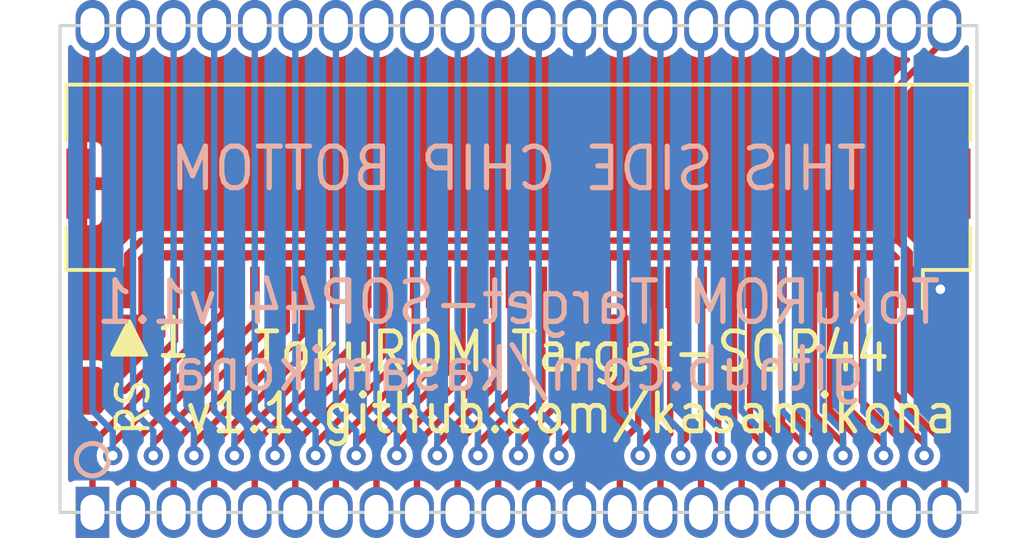
<source format=kicad_pcb>
(kicad_pcb (version 20221018) (generator pcbnew)
  (title_block (title "TokuROM Target-SOP44") (rev "1.1") (company "github.com/kasamikona/TokuROM"))
  (layers (0 "F.Cu" signal) (31 "B.Cu" signal) (34 "B.Paste" user) (35 "F.Paste" user) (36 "B.SilkS" user "B.Silkscreen") (37 "F.SilkS" user "F.Silkscreen") (38 "B.Mask" user) (39 "F.Mask" user) (44 "Edge.Cuts" user))
  (net 0 "")
  (net 1 "/A17")
  (net 2 "/A8")
  (net 3 "/A7")
  (net 4 "/A9")
  (net 5 "/A6")
  (net 6 "/A10")
  (net 7 "/A5")
  (net 8 "/A11")
  (net 9 "/A4")
  (net 10 "/A12")
  (net 11 "/A3")
  (net 12 "/A13")
  (net 13 "/A2")
  (net 14 "/A14")
  (net 15 "/A1")
  (net 16 "/A15")
  (net 17 "/A0")
  (net 18 "/A16")
  (net 19 "/CE")
  (net 20 "/BYTE")
  (net 21 "/GND")
  (net 22 "/OE")
  (net 23 "/D15")
  (net 24 "/D0")
  (net 25 "/D7")
  (net 26 "/D8")
  (net 27 "/D14")
  (net 28 "/D1")
  (net 29 "/D6")
  (net 30 "/D9")
  (net 31 "/D13")
  (net 32 "/D2")
  (net 33 "/D5")
  (net 34 "/D10")
  (net 35 "/D12")
  (net 36 "/D3")
  (net 37 "/D4")
  (net 38 "/D11")
  (net 39 "/VCC")
  (net 41 "/A21")
  (net 42 "/A18")
  (net 43 "/A19")
  (net 44 "/A20")
  (net 47 "/TRESET")
  (footprint "Tokurom-Parts:SOP44-Castellations" (layer "F.Cu") (at 16.51 30.48 90)
    (fp_text reference "J2" hide)
    (fp_text value "SOP44-Castellations")
    (pad "1" thru_hole rect (at 0 0 90) (size 1.6 1.05) (drill oval 1.1 0.75) (property pad_prop_castellated) (layers "*.Cu" "*.Mask") (net 41 "/A21"))
    (pad "2" thru_hole oval (at 0 1.27 90) (size 1.6 1.05) (drill oval 1.1 0.75) (property pad_prop_castellated) (layers "*.Cu" "*.Mask") (net 42 "/A18"))
    (pad "3" thru_hole oval (at 0 2.54 90) (size 1.6 1.05) (drill oval 1.1 0.75) (property pad_prop_castellated) (layers "*.Cu" "*.Mask") (net 1 "/A17"))
    (pad "4" thru_hole oval (at 0 3.81 90) (size 1.6 1.05) (drill oval 1.1 0.75) (property pad_prop_castellated) (layers "*.Cu" "*.Mask") (net 3 "/A7"))
    (pad "5" thru_hole oval (at 0 5.08 90) (size 1.6 1.05) (drill oval 1.1 0.75) (property pad_prop_castellated) (layers "*.Cu" "*.Mask") (net 5 "/A6"))
    (pad "6" thru_hole oval (at 0 6.35 90) (size 1.6 1.05) (drill oval 1.1 0.75) (property pad_prop_castellated) (layers "*.Cu" "*.Mask") (net 7 "/A5"))
    (pad "7" thru_hole oval (at 0 7.62 90) (size 1.6 1.05) (drill oval 1.1 0.75) (property pad_prop_castellated) (layers "*.Cu" "*.Mask") (net 9 "/A4"))
    (pad "8" thru_hole oval (at 0 8.89 90) (size 1.6 1.05) (drill oval 1.1 0.75) (property pad_prop_castellated) (layers "*.Cu" "*.Mask") (net 11 "/A3"))
    (pad "9" thru_hole oval (at 0 10.16 90) (size 1.6 1.05) (drill oval 1.1 0.75) (property pad_prop_castellated) (layers "*.Cu" "*.Mask") (net 13 "/A2"))
    (pad "10" thru_hole oval (at 0 11.43 90) (size 1.6 1.05) (drill oval 1.1 0.75) (property pad_prop_castellated) (layers "*.Cu" "*.Mask") (net 15 "/A1"))
    (pad "11" thru_hole oval (at 0 12.7 90) (size 1.6 1.05) (drill oval 1.1 0.75) (property pad_prop_castellated) (layers "*.Cu" "*.Mask") (net 17 "/A0"))
    (pad "12" thru_hole oval (at 0 13.97 90) (size 1.6 1.05) (drill oval 1.1 0.75) (property pad_prop_castellated) (layers "*.Cu" "*.Mask") (net 19 "/CE"))
    (pad "13" thru_hole oval (at 0 15.24 90) (size 1.6 1.05) (drill oval 1.1 0.75) (property pad_prop_castellated) (layers "*.Cu" "*.Mask") (net 21 "/GND"))
    (pad "14" thru_hole oval (at 0 16.51 90) (size 1.6 1.05) (drill oval 1.1 0.75) (property pad_prop_castellated) (layers "*.Cu" "*.Mask") (net 22 "/OE"))
    (pad "15" thru_hole oval (at 0 17.78 90) (size 1.6 1.05) (drill oval 1.1 0.75) (property pad_prop_castellated) (layers "*.Cu" "*.Mask") (net 24 "/D0"))
    (pad "16" thru_hole oval (at 0 19.05 90) (size 1.6 1.05) (drill oval 1.1 0.75) (property pad_prop_castellated) (layers "*.Cu" "*.Mask") (net 26 "/D8"))
    (pad "17" thru_hole oval (at 0 20.32 90) (size 1.6 1.05) (drill oval 1.1 0.75) (property pad_prop_castellated) (layers "*.Cu" "*.Mask") (net 28 "/D1"))
    (pad "18" thru_hole oval (at 0 21.59 90) (size 1.6 1.05) (drill oval 1.1 0.75) (property pad_prop_castellated) (layers "*.Cu" "*.Mask") (net 30 "/D9"))
    (pad "19" thru_hole oval (at 0 22.86 90) (size 1.6 1.05) (drill oval 1.1 0.75) (property pad_prop_castellated) (layers "*.Cu" "*.Mask") (net 32 "/D2"))
    (pad "20" thru_hole oval (at 0 24.13 90) (size 1.6 1.05) (drill oval 1.1 0.75) (property pad_prop_castellated) (layers "*.Cu" "*.Mask") (net 34 "/D10"))
    (pad "21" thru_hole oval (at 0 25.4 90) (size 1.6 1.05) (drill oval 1.1 0.75) (property pad_prop_castellated) (layers "*.Cu" "*.Mask") (net 36 "/D3"))
    (pad "22" thru_hole oval (at 0 26.67 90) (size 1.6 1.05) (drill oval 1.1 0.75) (property pad_prop_castellated) (layers "*.Cu" "*.Mask") (net 38 "/D11"))
    (pad "23" thru_hole oval (at 15.24 26.67 90) (size 1.6 1.05) (drill oval 1.1 0.75) (property pad_prop_castellated) (layers "*.Cu" "*.Mask") (net 39 "/VCC"))
    (pad "24" thru_hole oval (at 15.24 25.4 90) (size 1.6 1.05) (drill oval 1.1 0.75) (property pad_prop_castellated) (layers "*.Cu" "*.Mask") (net 37 "/D4"))
    (pad "25" thru_hole oval (at 15.24 24.13 90) (size 1.6 1.05) (drill oval 1.1 0.75) (property pad_prop_castellated) (layers "*.Cu" "*.Mask") (net 35 "/D12"))
    (pad "26" thru_hole oval (at 15.24 22.86 90) (size 1.6 1.05) (drill oval 1.1 0.75) (property pad_prop_castellated) (layers "*.Cu" "*.Mask") (net 33 "/D5"))
    (pad "27" thru_hole oval (at 15.24 21.59 90) (size 1.6 1.05) (drill oval 1.1 0.75) (property pad_prop_castellated) (layers "*.Cu" "*.Mask") (net 31 "/D13"))
    (pad "28" thru_hole oval (at 15.24 20.32 90) (size 1.6 1.05) (drill oval 1.1 0.75) (property pad_prop_castellated) (layers "*.Cu" "*.Mask") (net 29 "/D6"))
    (pad "29" thru_hole oval (at 15.24 19.05 90) (size 1.6 1.05) (drill oval 1.1 0.75) (property pad_prop_castellated) (layers "*.Cu" "*.Mask") (net 27 "/D14"))
    (pad "30" thru_hole oval (at 15.24 17.78 90) (size 1.6 1.05) (drill oval 1.1 0.75) (property pad_prop_castellated) (layers "*.Cu" "*.Mask") (net 25 "/D7"))
    (pad "31" thru_hole oval (at 15.24 16.51 90) (size 1.6 1.05) (drill oval 1.1 0.75) (property pad_prop_castellated) (layers "*.Cu" "*.Mask") (net 23 "/D15"))
    (pad "32" thru_hole oval (at 15.24 15.24 90) (size 1.6 1.05) (drill oval 1.1 0.75) (property pad_prop_castellated) (layers "*.Cu" "*.Mask") (net 21 "/GND"))
    (pad "33" thru_hole oval (at 15.24 13.97 90) (size 1.6 1.05) (drill oval 1.1 0.75) (property pad_prop_castellated) (layers "*.Cu" "*.Mask") (net 20 "/BYTE"))
    (pad "34" thru_hole oval (at 15.24 12.7 90) (size 1.6 1.05) (drill oval 1.1 0.75) (property pad_prop_castellated) (layers "*.Cu" "*.Mask") (net 18 "/A16"))
    (pad "35" thru_hole oval (at 15.24 11.43 90) (size 1.6 1.05) (drill oval 1.1 0.75) (property pad_prop_castellated) (layers "*.Cu" "*.Mask") (net 16 "/A15"))
    (pad "36" thru_hole oval (at 15.24 10.16 90) (size 1.6 1.05) (drill oval 1.1 0.75) (property pad_prop_castellated) (layers "*.Cu" "*.Mask") (net 14 "/A14"))
    (pad "37" thru_hole oval (at 15.24 8.89 90) (size 1.6 1.05) (drill oval 1.1 0.75) (property pad_prop_castellated) (layers "*.Cu" "*.Mask") (net 12 "/A13"))
    (pad "38" thru_hole oval (at 15.24 7.62 90) (size 1.6 1.05) (drill oval 1.1 0.75) (property pad_prop_castellated) (layers "*.Cu" "*.Mask") (net 10 "/A12"))
    (pad "39" thru_hole oval (at 15.24 6.35 90) (size 1.6 1.05) (drill oval 1.1 0.75) (property pad_prop_castellated) (layers "*.Cu" "*.Mask") (net 8 "/A11"))
    (pad "40" thru_hole oval (at 15.24 5.08 90) (size 1.6 1.05) (drill oval 1.1 0.75) (property pad_prop_castellated) (layers "*.Cu" "*.Mask") (net 6 "/A10"))
    (pad "41" thru_hole oval (at 15.24 3.81 90) (size 1.6 1.05) (drill oval 1.1 0.75) (property pad_prop_castellated) (layers "*.Cu" "*.Mask") (net 4 "/A9"))
    (pad "42" thru_hole oval (at 15.24 2.54 90) (size 1.6 1.05) (drill oval 1.1 0.75) (property pad_prop_castellated) (layers "*.Cu" "*.Mask") (net 2 "/A8"))
    (pad "43" thru_hole oval (at 15.24 1.27 90) (size 1.6 1.05) (drill oval 1.1 0.75) (property pad_prop_castellated) (layers "*.Cu" "*.Mask") (net 43 "/A19"))
    (pad "44" thru_hole oval (at 15.24 0 90) (size 1.6 1.05) (drill oval 1.1 0.75) (property pad_prop_castellated) (layers "*.Cu" "*.Mask") (net 44 "/A20"))
  )
  (footprint "Tokurom-Parts:SolderPad-Small_Custom" (layer "F.Cu") (at 16.383 26.67)
    (fp_text reference "J3" hide)
    (fp_text value "TRESET")
    (pad "1" smd roundrect (at 0 0) (size 1 1.5) (layers "F.Cu" "F.Mask") (net 47 "/TRESET"))
  )
  (footprint "Tokurom-Parts:FFC-50_NarrowMount" (layer "F.Cu") (at 29.845 21.59 180)
    (fp_text reference "J1" hide)
    (fp_text value "FFC-50")
    (fp_line (start -14.15 -1.3) (end -14.15 0.04) (stroke (width 0.12)) (layer "F.SilkS"))
    (fp_line (start -14.15 2.76) (end -14.15 4.5) (stroke (width 0.12)) (layer "F.SilkS"))
    (fp_line (start -14.15 4.5) (end 14.15 4.5) (stroke (width 0.12)) (layer "F.SilkS"))
    (fp_line (start -12.66 -1.3) (end -14.15 -1.3) (stroke (width 0.12)) (layer "F.SilkS"))
    (fp_line (start -12.66 -1.3) (end -12.66 -2.5) (stroke (width 0.12)) (layer "F.SilkS"))
    (fp_line (start 12.66 -1.3) (end 14.15 -1.3) (stroke (width 0.12)) (layer "F.SilkS"))
    (fp_line (start 14.15 -1.3) (end 14.15 0.04) (stroke (width 0.12)) (layer "F.SilkS"))
    (fp_line (start 14.15 4.5) (end 14.15 2.76) (stroke (width 0.12)) (layer "F.SilkS"))
    (pad "1" smd rect (at -12.25 -1.85 180) (size 0.3 1.3) (layers "F.Cu" "F.Paste" "F.Mask") (net 39 "/VCC"))
    (pad "2" smd rect (at -11.75 -1.85 180) (size 0.3 1.3) (layers "F.Cu" "F.Paste" "F.Mask") (net 38 "/D11"))
    (pad "3" smd rect (at -11.25 -1.85 180) (size 0.3 1.3) (layers "F.Cu" "F.Paste" "F.Mask") (net 37 "/D4"))
    (pad "4" smd rect (at -10.75 -1.85 180) (size 0.3 1.3) (layers "F.Cu" "F.Paste" "F.Mask") (net 36 "/D3"))
    (pad "5" smd rect (at -10.25 -1.85 180) (size 0.3 1.3) (layers "F.Cu" "F.Paste" "F.Mask") (net 35 "/D12"))
    (pad "6" smd rect (at -9.75 -1.85 180) (size 0.3 1.3) (layers "F.Cu" "F.Paste" "F.Mask") (net 34 "/D10"))
    (pad "7" smd rect (at -9.25 -1.85 180) (size 0.3 1.3) (layers "F.Cu" "F.Paste" "F.Mask") (net 33 "/D5"))
    (pad "8" smd rect (at -8.75 -1.85 180) (size 0.3 1.3) (layers "F.Cu" "F.Paste" "F.Mask") (net 32 "/D2"))
    (pad "9" smd rect (at -8.25 -1.85 180) (size 0.3 1.3) (layers "F.Cu" "F.Paste" "F.Mask") (net 31 "/D13"))
    (pad "10" smd rect (at -7.75 -1.85 180) (size 0.3 1.3) (layers "F.Cu" "F.Paste" "F.Mask") (net 30 "/D9"))
    (pad "11" smd rect (at -7.25 -1.85 180) (size 0.3 1.3) (layers "F.Cu" "F.Paste" "F.Mask") (net 29 "/D6"))
    (pad "12" smd rect (at -6.75 -1.85 180) (size 0.3 1.3) (layers "F.Cu" "F.Paste" "F.Mask") (net 28 "/D1"))
    (pad "13" smd rect (at -6.25 -1.85 180) (size 0.3 1.3) (layers "F.Cu" "F.Paste" "F.Mask") (net 27 "/D14"))
    (pad "14" smd rect (at -5.75 -1.85 180) (size 0.3 1.3) (layers "F.Cu" "F.Paste" "F.Mask") (net 26 "/D8"))
    (pad "15" smd rect (at -5.25 -1.85 180) (size 0.3 1.3) (layers "F.Cu" "F.Paste" "F.Mask") (net 25 "/D7"))
    (pad "16" smd rect (at -4.75 -1.85 180) (size 0.3 1.3) (layers "F.Cu" "F.Paste" "F.Mask") (net 24 "/D0"))
    (pad "17" smd rect (at -4.25 -1.85 180) (size 0.3 1.3) (layers "F.Cu" "F.Paste" "F.Mask") (net 23 "/D15"))
    (pad "18" smd rect (at -3.75 -1.85 180) (size 0.3 1.3) (layers "F.Cu" "F.Paste" "F.Mask") (net 22 "/OE"))
    (pad "19" smd rect (at -3.25 -1.85 180) (size 0.3 1.3) (layers "F.Cu" "F.Paste" "F.Mask") (net 21 "/GND"))
    (pad "20" smd rect (at -2.75 -1.85 180) (size 0.3 1.3) (layers "F.Cu" "F.Paste" "F.Mask") (net 21 "/GND"))
    (pad "21" smd rect (at -2.25 -1.85 180) (size 0.3 1.3) (layers "F.Cu" "F.Paste" "F.Mask") (net 20 "/BYTE"))
    (pad "22" smd rect (at -1.75 -1.85 180) (size 0.3 1.3) (layers "F.Cu" "F.Paste" "F.Mask") (net 19 "/CE"))
    (pad "23" smd rect (at -1.25 -1.85 180) (size 0.3 1.3) (layers "F.Cu" "F.Paste" "F.Mask") (net 18 "/A16"))
    (pad "24" smd rect (at -0.75 -1.85 180) (size 0.3 1.3) (layers "F.Cu" "F.Paste" "F.Mask") (net 17 "/A0"))
    (pad "25" smd rect (at -0.25 -1.85 180) (size 0.3 1.3) (layers "F.Cu" "F.Paste" "F.Mask") (net 16 "/A15"))
    (pad "26" smd rect (at 0.25 -1.85 180) (size 0.3 1.3) (layers "F.Cu" "F.Paste" "F.Mask") (net 15 "/A1"))
    (pad "27" smd rect (at 0.75 -1.85 180) (size 0.3 1.3) (layers "F.Cu" "F.Paste" "F.Mask") (net 14 "/A14"))
    (pad "28" smd rect (at 1.25 -1.85 180) (size 0.3 1.3) (layers "F.Cu" "F.Paste" "F.Mask") (net 13 "/A2"))
    (pad "29" smd rect (at 1.75 -1.85 180) (size 0.3 1.3) (layers "F.Cu" "F.Paste" "F.Mask") (net 12 "/A13"))
    (pad "30" smd rect (at 2.25 -1.85 180) (size 0.3 1.3) (layers "F.Cu" "F.Paste" "F.Mask") (net 11 "/A3"))
    (pad "31" smd rect (at 2.75 -1.85 180) (size 0.3 1.3) (layers "F.Cu" "F.Paste" "F.Mask") (net 10 "/A12"))
    (pad "32" smd rect (at 3.25 -1.85 180) (size 0.3 1.3) (layers "F.Cu" "F.Paste" "F.Mask") (net 9 "/A4"))
    (pad "33" smd rect (at 3.75 -1.85 180) (size 0.3 1.3) (layers "F.Cu" "F.Paste" "F.Mask") (net 8 "/A11"))
    (pad "34" smd rect (at 4.25 -1.85 180) (size 0.3 1.3) (layers "F.Cu" "F.Paste" "F.Mask") (net 7 "/A5"))
    (pad "35" smd rect (at 4.75 -1.85 180) (size 0.3 1.3) (layers "F.Cu" "F.Paste" "F.Mask") (net 6 "/A10"))
    (pad "36" smd rect (at 5.25 -1.85 180) (size 0.3 1.3) (layers "F.Cu" "F.Paste" "F.Mask") (net 5 "/A6"))
    (pad "37" smd rect (at 5.75 -1.85 180) (size 0.3 1.3) (layers "F.Cu" "F.Paste" "F.Mask") (net 4 "/A9"))
    (pad "38" smd rect (at 6.25 -1.85 180) (size 0.3 1.3) (layers "F.Cu" "F.Paste" "F.Mask") (net 3 "/A7"))
    (pad "39" smd rect (at 6.75 -1.85 180) (size 0.3 1.3) (layers "F.Cu" "F.Paste" "F.Mask") (net 2 "/A8"))
    (pad "40" smd rect (at 7.25 -1.85 180) (size 0.3 1.3) (layers "F.Cu" "F.Paste" "F.Mask") (net 1 "/A17"))
    (pad "41" smd rect (at 7.75 -1.85 180) (size 0.3 1.3) (layers "F.Cu" "F.Paste" "F.Mask") (net 43 "/A19"))
    (pad "42" smd rect (at 8.25 -1.85 180) (size 0.3 1.3) (layers "F.Cu" "F.Paste" "F.Mask") (net 42 "/A18"))
    (pad "43" smd rect (at 8.75 -1.85 180) (size 0.3 1.3) (layers "F.Cu" "F.Paste" "F.Mask") (net 44 "/A20"))
    (pad "44" smd rect (at 9.25 -1.85 180) (size 0.3 1.3) (layers "F.Cu" "F.Paste" "F.Mask") (net 41 "/A21"))
    (pad "45" smd rect (at 9.75 -1.85 180) (size 0.3 1.3) (layers "F.Cu" "F.Paste" "F.Mask"))
    (pad "46" smd rect (at 10.25 -1.85 180) (size 0.3 1.3) (layers "F.Cu" "F.Paste" "F.Mask"))
    (pad "47" smd rect (at 10.75 -1.85 180) (size 0.3 1.3) (layers "F.Cu" "F.Paste" "F.Mask") (net 47 "/TRESET"))
    (pad "48" smd rect (at 11.25 -1.85 180) (size 0.3 1.3) (layers "F.Cu" "F.Paste" "F.Mask"))
    (pad "49" smd rect (at 11.75 -1.85 180) (size 0.3 1.3) (layers "F.Cu" "F.Paste" "F.Mask") (net 21 "/GND"))
    (pad "50" smd rect (at 12.25 -1.85 180) (size 0.3 1.3) (layers "F.Cu" "F.Paste" "F.Mask") (net 39 "/VCC"))
    (pad "MP" smd rect (at -13.7 1.4 180) (size 0.9 2.2) (layers "F.Cu" "F.Paste" "F.Mask") (net 21 "/GND"))
    (pad "MP" smd rect (at 13.7 1.4 180) (size 0.9 2.2) (layers "F.Cu" "F.Paste" "F.Mask") (net 21 "/GND"))
  )
  (gr_circle (center 16.51 28.829) (end 16.002 28.829) (stroke (width 0.15)) (fill none) (layer "B.SilkS"))
  (gr_poly (pts (xy 17.653 24.511) (xy 17.145 25.527) (xy 18.161 25.527)) (stroke (width 0.15)) (fill solid) (layer "F.SilkS"))
  (gr_circle (center 16.51 28.829) (end 17.018 28.829) (stroke (width 0.15)) (fill none) (layer "F.SilkS"))
  (gr_line (start 15.494 30.48) (end 15.494 15.24) (stroke (width 0.1)) (layer "Edge.Cuts"))
  (gr_line (start 15.494 15.24) (end 44.196 15.24) (stroke (width 0.1)) (layer "Edge.Cuts"))
  (gr_line (start 44.196 15.24) (end 44.196 30.48) (stroke (width 0.1)) (layer "Edge.Cuts"))
  (gr_line (start 44.196 30.48) (end 15.494 30.48) (stroke (width 0.1)) (layer "Edge.Cuts"))
  (gr_text "THIS SIDE CHIP BOTTOM\n\nTokuROM Target-SOP44 v${REVISION}\ngithub.com/kasamikona" (at 29.845 22.86) (layer "B.SilkS") (effects (font (size 1.3 1.2) (thickness 0.163)) (justify mirror)))
  (gr_text "1" (at 18.415 25.019) (layer "F.SilkS") (effects (font (size 1.2 1.1)) (justify left)))
  (gr_text "RS" (at 17.78 27.178 90) (layer "F.SilkS") (effects (font (size 1 0.9) (thickness 0.125))))
  (gr_text "TokuROM Target-SOP44\nv${REVISION} github.com/kasamikona" (at 31.496 26.416) (layer "F.SilkS") (effects (font (size 1.2 1.1))))
  (segment (start 19.05 28.321) (end 19.05 30.48) (width 0.2) (layer "F.Cu") (net 1))
  (segment (start 22.595 24.776) (end 19.05 28.321) (width 0.2) (layer "F.Cu") (net 1))
  (segment (start 22.595 23.44) (end 22.595 24.776) (width 0.2) (layer "F.Cu") (net 1))
  (segment (start 23.095 24.911) (end 23.095 23.44) (width 0.2) (layer "F.Cu") (net 2))
  (segment (start 19.685 28.321) (end 23.095 24.911) (width 0.2) (layer "F.Cu") (net 2))
  (segment (start 19.685 28.702) (end 19.685 28.321) (width 0.2) (layer "F.Cu") (net 2))
  (via (at 19.685 28.702) (size 0.6) (drill 0.3) (layers "F.Cu" "B.Cu") (net 2))
  (segment (start 19.05 27.305) (end 19.05 15.24) (width 0.2) (layer "B.Cu") (net 2))
  (segment (start 19.685 27.94) (end 19.05 27.305) (width 0.2) (layer "B.Cu") (net 2))
  (segment (start 19.685 28.702) (end 19.685 27.94) (width 0.2) (layer "B.Cu") (net 2))
  (segment (start 20.32 28.321) (end 20.32 30.48) (width 0.2) (layer "F.Cu") (net 3))
  (segment (start 23.595 25.046) (end 20.32 28.321) (width 0.2) (layer "F.Cu") (net 3))
  (segment (start 23.595 23.44) (end 23.595 25.046) (width 0.2) (layer "F.Cu") (net 3))
  (segment (start 20.955 28.702) (end 20.955 28.321) (width 0.2) (layer "F.Cu") (net 4))
  (segment (start 20.955 28.321) (end 24.095 25.181) (width 0.2) (layer "F.Cu") (net 4))
  (segment (start 24.095 25.181) (end 24.095 23.44) (width 0.2) (layer "F.Cu") (net 4))
  (via (at 20.955 28.702) (size 0.6) (drill 0.3) (layers "F.Cu" "B.Cu") (net 4))
  (segment (start 20.955 27.94) (end 20.32 27.305) (width 0.2) (layer "B.Cu") (net 4))
  (segment (start 20.32 27.305) (end 20.32 15.24) (width 0.2) (layer "B.Cu") (net 4))
  (segment (start 20.955 28.702) (end 20.955 27.94) (width 0.2) (layer "B.Cu") (net 4))
  (segment (start 24.595 23.44) (end 24.595 25.316) (width 0.2) (layer "F.Cu") (net 5))
  (segment (start 21.59 28.321) (end 21.59 30.48) (width 0.2) (layer "F.Cu") (net 5))
  (segment (start 24.595 25.316) (end 21.59 28.321) (width 0.2) (layer "F.Cu") (net 5))
  (segment (start 25.095 25.451) (end 25.095 23.44) (width 0.2) (layer "F.Cu") (net 6))
  (segment (start 22.225 28.702) (end 22.225 28.321) (width 0.2) (layer "F.Cu") (net 6))
  (segment (start 22.225 28.321) (end 25.095 25.451) (width 0.2) (layer "F.Cu") (net 6))
  (via (at 22.225 28.702) (size 0.6) (drill 0.3) (layers "F.Cu" "B.Cu") (net 6))
  (segment (start 22.225 27.94) (end 21.59 27.305) (width 0.2) (layer "B.Cu") (net 6))
  (segment (start 21.59 27.305) (end 21.59 15.24) (width 0.2) (layer "B.Cu") (net 6))
  (segment (start 22.225 28.702) (end 22.225 27.94) (width 0.2) (layer "B.Cu") (net 6))
  (segment (start 22.86 28.321) (end 22.86 30.48) (width 0.2) (layer "F.Cu") (net 7))
  (segment (start 25.595 25.586) (end 22.86 28.321) (width 0.2) (layer "F.Cu") (net 7))
  (segment (start 25.595 23.44) (end 25.595 25.586) (width 0.2) (layer "F.Cu") (net 7))
  (segment (start 26.095 25.721) (end 26.095 23.44) (width 0.2) (layer "F.Cu") (net 8))
  (segment (start 23.495 28.321) (end 26.095 25.721) (width 0.2) (layer "F.Cu") (net 8))
  (segment (start 23.495 28.702) (end 23.495 28.321) (width 0.2) (layer "F.Cu") (net 8))
  (via (at 23.495 28.702) (size 0.6) (drill 0.3) (layers "F.Cu" "B.Cu") (net 8))
  (segment (start 23.495 28.702) (end 23.495 27.94) (width 0.2) (layer "B.Cu") (net 8))
  (segment (start 23.495 27.94) (end 22.86 27.305) (width 0.2) (layer "B.Cu") (net 8))
  (segment (start 22.86 27.305) (end 22.86 15.24) (width 0.2) (layer "B.Cu") (net 8))
  (segment (start 26.595 25.856) (end 24.13 28.321) (width 0.2) (layer "F.Cu") (net 9))
  (segment (start 26.595 23.44) (end 26.595 25.856) (width 0.2) (layer "F.Cu") (net 9))
  (segment (start 24.13 28.321) (end 24.13 30.48) (width 0.2) (layer "F.Cu") (net 9))
  (segment (start 24.765 28.321) (end 27.095 25.991) (width 0.2) (layer "F.Cu") (net 10))
  (segment (start 27.095 25.991) (end 27.095 23.44) (width 0.2) (layer "F.Cu") (net 10))
  (segment (start 24.765 28.702) (end 24.765 28.321) (width 0.2) (layer "F.Cu") (net 10))
  (via (at 24.765 28.702) (size 0.6) (drill 0.3) (layers "F.Cu" "B.Cu") (net 10))
  (segment (start 24.765 27.94) (end 24.13 27.305) (width 0.2) (layer "B.Cu") (net 10))
  (segment (start 24.13 27.305) (end 24.13 15.24) (width 0.2) (layer "B.Cu") (net 10))
  (segment (start 24.765 28.702) (end 24.765 27.94) (width 0.2) (layer "B.Cu") (net 10))
  (segment (start 27.595 26.126) (end 25.4 28.321) (width 0.2) (layer "F.Cu") (net 11))
  (segment (start 25.4 28.321) (end 25.4 30.48) (width 0.2) (layer "F.Cu") (net 11))
  (segment (start 27.595 23.44) (end 27.595 26.126) (width 0.2) (layer "F.Cu") (net 11))
  (segment (start 26.035 28.702) (end 26.035 28.321) (width 0.2) (layer "F.Cu") (net 12))
  (segment (start 26.035 28.321) (end 28.095 26.261) (width 0.2) (layer "F.Cu") (net 12))
  (segment (start 28.095 26.261) (end 28.095 23.44) (width 0.2) (layer "F.Cu") (net 12))
  (via (at 26.035 28.702) (size 0.6) (drill 0.3) (layers "F.Cu" "B.Cu") (net 12))
  (segment (start 26.035 28.702) (end 26.035 27.94) (width 0.2) (layer "B.Cu") (net 12))
  (segment (start 26.035 27.94) (end 25.4 27.305) (width 0.2) (layer "B.Cu") (net 12))
  (segment (start 25.4 27.305) (end 25.4 15.24) (width 0.2) (layer "B.Cu") (net 12))
  (segment (start 28.595 23.44) (end 28.595 26.396) (width 0.2) (layer "F.Cu") (net 13))
  (segment (start 28.595 26.396) (end 26.67 28.321) (width 0.2) (layer "F.Cu") (net 13))
  (segment (start 26.67 28.321) (end 26.67 30.48) (width 0.2) (layer "F.Cu") (net 13))
  (segment (start 27.305 28.702) (end 27.305 28.321) (width 0.2) (layer "F.Cu") (net 14))
  (segment (start 27.305 28.321) (end 29.095 26.531) (width 0.2) (layer "F.Cu") (net 14))
  (segment (start 29.095 26.531) (end 29.095 23.44) (width 0.2) (layer "F.Cu") (net 14))
  (via (at 27.305 28.702) (size 0.6) (drill 0.3) (layers "F.Cu" "B.Cu") (net 14))
  (segment (start 26.67 27.305) (end 26.67 15.24) (width 0.2) (layer "B.Cu") (net 14))
  (segment (start 27.305 27.94) (end 26.67 27.305) (width 0.2) (layer "B.Cu") (net 14))
  (segment (start 27.305 28.702) (end 27.305 27.94) (width 0.2) (layer "B.Cu") (net 14))
  (segment (start 27.94 28.321) (end 27.94 30.48) (width 0.2) (layer "F.Cu") (net 15))
  (segment (start 29.595 23.44) (end 29.595 26.666) (width 0.2) (layer "F.Cu") (net 15))
  (segment (start 29.595 26.666) (end 27.94 28.321) (width 0.2) (layer "F.Cu") (net 15))
  (segment (start 30.095 26.801) (end 30.095 23.44) (width 0.2) (layer "F.Cu") (net 16))
  (segment (start 28.575 28.702) (end 28.575 28.321) (width 0.2) (layer "F.Cu") (net 16))
  (segment (start 28.575 28.321) (end 30.095 26.801) (width 0.2) (layer "F.Cu") (net 16))
  (via (at 28.575 28.702) (size 0.6) (drill 0.3) (layers "F.Cu" "B.Cu") (net 16))
  (segment (start 28.575 28.702) (end 28.575 27.94) (width 0.2) (layer "B.Cu") (net 16))
  (segment (start 28.575 27.94) (end 27.94 27.305) (width 0.2) (layer "B.Cu") (net 16))
  (segment (start 27.94 27.305) (end 27.94 15.24) (width 0.2) (layer "B.Cu") (net 16))
  (segment (start 30.595 23.44) (end 30.595 26.936) (width 0.2) (layer "F.Cu") (net 17))
  (segment (start 30.595 26.936) (end 29.21 28.321) (width 0.2) (layer "F.Cu") (net 17))
  (segment (start 29.21 28.321) (end 29.21 30.48) (width 0.2) (layer "F.Cu") (net 17))
  (segment (start 29.845 28.321) (end 31.095 27.071) (width 0.2) (layer "F.Cu") (net 18))
  (segment (start 29.845 28.702) (end 29.845 28.321) (width 0.2) (layer "F.Cu") (net 18))
  (segment (start 31.095 27.071) (end 31.095 23.44) (width 0.2) (layer "F.Cu") (net 18))
  (via (at 29.845 28.702) (size 0.6) (drill 0.3) (layers "F.Cu" "B.Cu") (net 18))
  (segment (start 29.845 28.702) (end 29.845 27.94) (width 0.2) (layer "B.Cu") (net 18))
  (segment (start 29.845 27.94) (end 29.21 27.305) (width 0.2) (layer "B.Cu") (net 18))
  (segment (start 29.21 27.305) (end 29.21 15.24) (width 0.2) (layer "B.Cu") (net 18))
  (segment (start 30.48 28.321) (end 30.48 30.48) (width 0.2) (layer "F.Cu") (net 19))
  (segment (start 31.595 23.44) (end 31.595 27.206) (width 0.2) (layer "F.Cu") (net 19))
  (segment (start 31.595 27.206) (end 30.48 28.321) (width 0.2) (layer "F.Cu") (net 19))
  (segment (start 32.095 27.341) (end 32.095 23.44) (width 0.2) (layer "F.Cu") (net 20))
  (segment (start 31.115 28.702) (end 31.115 28.321) (width 0.2) (layer "F.Cu") (net 20))
  (segment (start 31.115 28.321) (end 32.095 27.341) (width 0.2) (layer "F.Cu") (net 20))
  (via (at 31.115 28.702) (size 0.6) (drill 0.3) (layers "F.Cu" "B.Cu") (net 20))
  (segment (start 31.115 28.702) (end 31.115 27.94) (width 0.2) (layer "B.Cu") (net 20))
  (segment (start 30.48 27.305) (end 30.48 15.24) (width 0.2) (layer "B.Cu") (net 20))
  (segment (start 31.115 27.94) (end 30.48 27.305) (width 0.2) (layer "B.Cu") (net 20))
  (segment (start 18.156 22.479) (end 32.534 22.479) (width 0.2) (layer "F.Cu") (net 21))
  (segment (start 32.534 22.479) (end 32.595 22.54) (width 0.2) (layer "F.Cu") (net 21))
  (segment (start 32.595 22.54) (end 32.595 23.44) (width 0.2) (layer "F.Cu") (net 21))
  (segment (start 18.095 23.44) (end 18.095 22.54) (width 0.2) (layer "F.Cu") (net 21))
  (segment (start 18.095 22.54) (end 18.156 22.479) (width 0.2) (layer "F.Cu") (net 21))
  (via (at 43.053 23.495) (size 0.6) (drill 0.3) (layers "F.Cu" "B.Cu") (net 21))
  (segment (start 33.02 28.321) (end 33.02 30.48) (width 0.2) (layer "F.Cu") (net 22))
  (segment (start 33.595 27.746) (end 33.02 28.321) (width 0.2) (layer "F.Cu") (net 22))
  (segment (start 33.595 23.44) (end 33.595 27.746) (width 0.2) (layer "F.Cu") (net 22))
  (segment (start 33.655 28.321) (end 34.095 27.881) (width 0.2) (layer "F.Cu") (net 23))
  (segment (start 33.655 28.702) (end 33.655 28.321) (width 0.2) (layer "F.Cu") (net 23))
  (segment (start 34.095 27.881) (end 34.095 23.44) (width 0.2) (layer "F.Cu") (net 23))
  (via (at 33.655 28.702) (size 0.6) (drill 0.3) (layers "F.Cu" "B.Cu") (net 23))
  (segment (start 33.655 28.702) (end 33.655 27.94) (width 0.2) (layer "B.Cu") (net 23))
  (segment (start 33.02 27.305) (end 33.02 15.24) (width 0.2) (layer "B.Cu") (net 23))
  (segment (start 33.655 27.94) (end 33.02 27.305) (width 0.2) (layer "B.Cu") (net 23))
  (segment (start 34.29 28.321) (end 34.29 30.48) (width 0.2) (layer "F.Cu") (net 24))
  (segment (start 34.595 28.016) (end 34.29 28.321) (width 0.2) (layer "F.Cu") (net 24))
  (segment (start 34.595 23.44) (end 34.595 28.016) (width 0.2) (layer "F.Cu") (net 24))
  (segment (start 35.095 28.151) (end 35.095 23.44) (width 0.2) (layer "F.Cu") (net 25))
  (segment (start 34.925 28.702) (end 34.925 28.321) (width 0.2) (layer "F.Cu") (net 25))
  (segment (start 34.925 28.321) (end 35.095 28.151) (width 0.2) (layer "F.Cu") (net 25))
  (via (at 34.925 28.702) (size 0.6) (drill 0.3) (layers "F.Cu" "B.Cu") (net 25))
  (segment (start 34.925 27.94) (end 34.29 27.305) (width 0.2) (layer "B.Cu") (net 25))
  (segment (start 34.29 27.305) (end 34.29 15.24) (width 0.2) (layer "B.Cu") (net 25))
  (segment (start 34.925 28.702) (end 34.925 27.94) (width 0.2) (layer "B.Cu") (net 25))
  (segment (start 35.56 28.321) (end 35.56 30.48) (width 0.2) (layer "F.Cu") (net 26))
  (segment (start 35.595 23.44) (end 35.595 28.286) (width 0.2) (layer "F.Cu") (net 26))
  (segment (start 35.595 28.286) (end 35.56 28.321) (width 0.2) (layer "F.Cu") (net 26))
  (segment (start 36.095 28.221) (end 36.095 23.44) (width 0.2) (layer "F.Cu") (net 27))
  (segment (start 36.195 28.321) (end 36.095 28.221) (width 0.2) (layer "F.Cu") (net 27))
  (segment (start 36.195 28.702) (end 36.195 28.321) (width 0.2) (layer "F.Cu") (net 27))
  (via (at 36.195 28.702) (size 0.6) (drill 0.3) (layers "F.Cu" "B.Cu") (net 27))
  (segment (start 35.56 27.305) (end 35.56 15.24) (width 0.2) (layer "B.Cu") (net 27))
  (segment (start 36.195 28.702) (end 36.195 27.94) (width 0.2) (layer "B.Cu") (net 27))
  (segment (start 36.195 27.94) (end 35.56 27.305) (width 0.2) (layer "B.Cu") (net 27))
  (segment (start 36.595 28.086) (end 36.83 28.321) (width 0.2) (layer "F.Cu") (net 28))
  (segment (start 36.595 23.44) (end 36.595 28.086) (width 0.2) (layer "F.Cu") (net 28))
  (segment (start 36.83 28.321) (end 36.83 30.48) (width 0.2) (layer "F.Cu") (net 28))
  (segment (start 37.095 27.951) (end 37.095 23.44) (width 0.2) (layer "F.Cu") (net 29))
  (segment (start 37.465 28.321) (end 37.095 27.951) (width 0.2) (layer "F.Cu") (net 29))
  (segment (start 37.465 28.702) (end 37.465 28.321) (width 0.2) (layer "F.Cu") (net 29))
  (via (at 37.465 28.702) (size 0.6) (drill 0.3) (layers "F.Cu" "B.Cu") (net 29))
  (segment (start 37.465 28.702) (end 37.465 27.94) (width 0.2) (layer "B.Cu") (net 29))
  (segment (start 36.83 27.305) (end 36.83 15.24) (width 0.2) (layer "B.Cu") (net 29))
  (segment (start 37.465 27.94) (end 36.83 27.305) (width 0.2) (layer "B.Cu") (net 29))
  (segment (start 37.595 23.44) (end 37.595 27.816) (width 0.2) (layer "F.Cu") (net 30))
  (segment (start 37.595 27.816) (end 38.1 28.321) (width 0.2) (layer "F.Cu") (net 30))
  (segment (start 38.1 28.321) (end 38.1 30.48) (width 0.2) (layer "F.Cu") (net 30))
  (segment (start 38.735 28.702) (end 38.735 28.321) (width 0.2) (layer "F.Cu") (net 31))
  (segment (start 38.095 27.681) (end 38.095 23.44) (width 0.2) (layer "F.Cu") (net 31))
  (segment (start 38.735 28.321) (end 38.095 27.681) (width 0.2) (layer "F.Cu") (net 31))
  (via (at 38.735 28.702) (size 0.6) (drill 0.3) (layers "F.Cu" "B.Cu") (net 31))
  (segment (start 38.735 27.94) (end 38.1 27.305) (width 0.2) (layer "B.Cu") (net 31))
  (segment (start 38.1 27.305) (end 38.1 15.24) (width 0.2) (layer "B.Cu") (net 31))
  (segment (start 38.735 28.702) (end 38.735 27.94) (width 0.2) (layer "B.Cu") (net 31))
  (segment (start 38.595 27.546) (end 39.37 28.321) (width 0.2) (layer "F.Cu") (net 32))
  (segment (start 38.595 23.44) (end 38.595 27.546) (width 0.2) (layer "F.Cu") (net 32))
  (segment (start 39.37 28.321) (end 39.37 30.48) (width 0.2) (layer "F.Cu") (net 32))
  (segment (start 40.005 28.702) (end 40.005 28.321) (width 0.2) (layer "F.Cu") (net 33))
  (segment (start 39.095 27.411) (end 39.095 23.44) (width 0.2) (layer "F.Cu") (net 33))
  (segment (start 40.005 28.321) (end 39.095 27.411) (width 0.2) (layer "F.Cu") (net 33))
  (via (at 40.005 28.702) (size 0.6) (drill 0.3) (layers "F.Cu" "B.Cu") (net 33))
  (segment (start 40.005 28.702) (end 40.005 27.94) (width 0.2) (layer "B.Cu") (net 33))
  (segment (start 40.005 27.94) (end 39.37 27.305) (width 0.2) (layer "B.Cu") (net 33))
  (segment (start 39.37 27.305) (end 39.37 15.24) (width 0.2) (layer "B.Cu") (net 33))
  (segment (start 40.64 28.321) (end 40.64 30.48) (width 0.2) (layer "F.Cu") (net 34))
  (segment (start 39.595 23.44) (end 39.595 27.276) (width 0.2) (layer "F.Cu") (net 34))
  (segment (start 39.595 27.276) (end 40.64 28.321) (width 0.2) (layer "F.Cu") (net 34))
  (segment (start 40.095 27.141) (end 40.095 23.44) (width 0.2) (layer "F.Cu") (net 35))
  (segment (start 41.275 28.702) (end 41.275 28.321) (width 0.2) (layer "F.Cu") (net 35))
  (segment (start 41.275 28.321) (end 40.095 27.141) (width 0.2) (layer "F.Cu") (net 35))
  (via (at 41.275 28.702) (size 0.6) (drill 0.3) (layers "F.Cu" "B.Cu") (net 35))
  (segment (start 40.64 27.305) (end 40.64 15.24) (width 0.2) (layer "B.Cu") (net 35))
  (segment (start 41.275 27.94) (end 40.64 27.305) (width 0.2) (layer "B.Cu") (net 35))
  (segment (start 41.275 28.702) (end 41.275 27.94) (width 0.2) (layer "B.Cu") (net 35))
  (segment (start 40.595 23.44) (end 40.595 27.006) (width 0.2) (layer "F.Cu") (net 36))
  (segment (start 41.91 28.321) (end 41.91 30.48) (width 0.2) (layer "F.Cu") (net 36))
  (segment (start 40.595 27.006) (end 41.91 28.321) (width 0.2) (layer "F.Cu") (net 36))
  (segment (start 41.095 26.871) (end 41.095 23.44) (width 0.2) (layer "F.Cu") (net 37))
  (segment (start 42.545 28.702) (end 42.545 28.321) (width 0.2) (layer "F.Cu") (net 37))
  (segment (start 42.545 28.321) (end 41.095 26.871) (width 0.2) (layer "F.Cu") (net 37))
  (via (at 42.545 28.702) (size 0.6) (drill 0.3) (layers "F.Cu" "B.Cu") (net 37))
  (segment (start 42.545 27.94) (end 41.91 27.305) (width 0.2) (layer "B.Cu") (net 37))
  (segment (start 41.91 27.305) (end 41.91 15.24) (width 0.2) (layer "B.Cu") (net 37))
  (segment (start 42.545 28.702) (end 42.545 27.94) (width 0.2) (layer "B.Cu") (net 37))
  (segment (start 41.595 23.44) (end 41.595 26.736) (width 0.2) (layer "F.Cu") (net 38))
  (segment (start 41.595 26.736) (end 43.18 28.321) (width 0.2) (layer "F.Cu") (net 38))
  (segment (start 43.18 28.321) (end 43.18 30.48) (width 0.2) (layer "F.Cu") (net 38))
  (segment (start 41.714 21.971) (end 42.095 22.352) (width 0.2) (layer "F.Cu") (net 39))
  (segment (start 41.714 21.971) (end 41.714 17.156) (width 0.2) (layer "F.Cu") (net 39))
  (segment (start 42.095 22.352) (end 42.095 23.44) (width 0.2) (layer "F.Cu") (net 39))
  (segment (start 17.595 22.41) (end 18.034 21.971) (width 0.2) (layer "F.Cu") (net 39))
  (segment (start 41.714 17.156) (end 43.18 15.69) (width 0.2) (layer "F.Cu") (net 39))
  (segment (start 43.18 15.69) (end 43.18 15.24) (width 0.2) (layer "F.Cu") (net 39))
  (segment (start 18.034 21.971) (end 41.714 21.971) (width 0.2) (layer "F.Cu") (net 39))
  (segment (start 17.595 23.44) (end 17.595 22.41) (width 0.2) (layer "F.Cu") (net 39))
  (segment (start 20.595 23.44) (end 20.595 24.236) (width 0.2) (layer "F.Cu") (net 41))
  (segment (start 20.595 24.236) (end 16.51 28.321) (width 0.2) (layer "F.Cu") (net 41))
  (segment (start 16.51 28.321) (end 16.51 30.48) (width 0.2) (layer "F.Cu") (net 41))
  (segment (start 17.78 28.321) (end 17.78 30.48) (width 0.2) (layer "F.Cu") (net 42))
  (segment (start 21.595 24.506) (end 17.78 28.321) (width 0.2) (layer "F.Cu") (net 42))
  (segment (start 21.595 23.44) (end 21.595 24.506) (width 0.2) (layer "F.Cu") (net 42))
  (segment (start 22.095 24.641) (end 22.095 23.44) (width 0.2) (layer "F.Cu") (net 43))
  (segment (start 18.415 28.321) (end 22.095 24.641) (width 0.2) (layer "F.Cu") (net 43))
  (segment (start 18.415 28.702) (end 18.415 28.321) (width 0.2) (layer "F.Cu") (net 43))
  (via (at 18.415 28.702) (size 0.6) (drill 0.3) (layers "F.Cu" "B.Cu") (net 43))
  (segment (start 18.415 28.702) (end 18.415 27.94) (width 0.2) (layer "B.Cu") (net 43))
  (segment (start 18.415 27.94) (end 17.78 27.305) (width 0.2) (layer "B.Cu") (net 43))
  (segment (start 17.78 27.305) (end 17.78 15.24) (width 0.2) (layer "B.Cu") (net 43))
  (segment (start 17.145 28.702) (end 17.145 28.321) (width 0.2) (layer "F.Cu") (net 44))
  (segment (start 21.095 24.371) (end 21.095 23.44) (width 0.2) (layer "F.Cu") (net 44))
  (segment (start 17.145 28.321) (end 21.095 24.371) (width 0.2) (layer "F.Cu") (net 44))
  (via (at 17.145 28.702) (size 0.6) (drill 0.3) (layers "F.Cu" "B.Cu") (net 44))
  (segment (start 17.145 28.702) (end 17.145 27.94) (width 0.2) (layer "B.Cu") (net 44))
  (segment (start 16.51 27.305) (end 16.51 15.24) (width 0.2) (layer "B.Cu") (net 44))
  (segment (start 17.145 27.94) (end 16.51 27.305) (width 0.2) (layer "B.Cu") (net 44))
  (segment (start 19.095 25.101) (end 19.095 23.44) (width 0.2) (layer "F.Cu") (net 47))
  (segment (start 17.526 26.67) (end 19.095 25.101) (width 0.2) (layer "F.Cu") (net 47))
  (segment (start 16.383 26.67) (end 17.526 26.67) (width 0.2) (layer "F.Cu") (net 47))
  (zone (net 0) (net_name "") (layer "F.Cu") (connect_pads (clearance 0)) (min_thickness 0.15)
    (keepout (tracks allowed) (vias allowed) (pads allowed) (copperpour not_allowed) (footprints allowed))
    (fill (thermal_gap 0.3) (thermal_bridge_width 0.5) (island_removal_mode 1) (island_area_min 10))
    (polygon (pts (xy 17.272 24.003) (xy 42.418 24.003) (xy 42.418 22.86) (xy 17.272 22.86)))
  )
  (zone (net 21) (net_name "/GND") (layers "F&B.Cu") (connect_pads (clearance 0.2)) (min_thickness 0.15) (fill yes (thermal_gap 0.2) (thermal_bridge_width 0.4) (island_removal_mode 1) (island_area_min 10))
    (polygon (pts (xy 15.748 30.1752) (xy 43.942 30.1752) (xy 43.942 15.5448) (xy 15.748 15.5448)))
  )
)
</source>
